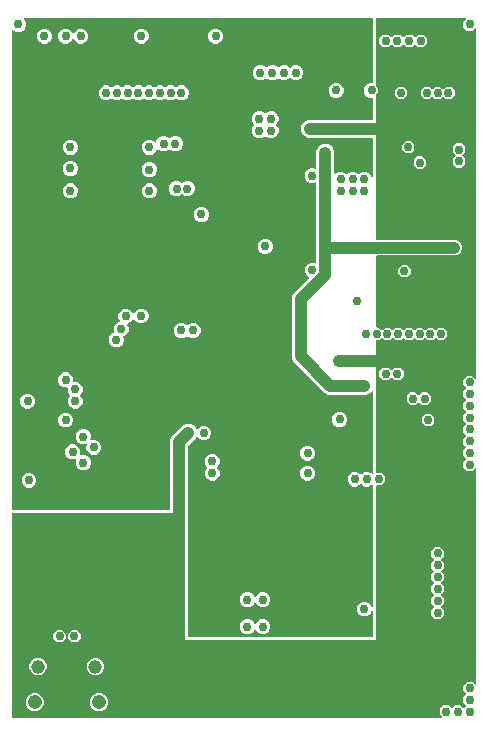
<source format=gbr>
G04 EAGLE Gerber RS-274X export*
G75*
%MOMM*%
%FSLAX34Y34*%
%LPD*%
%INCopper Layer 15*%
%IPPOS*%
%AMOC8*
5,1,8,0,0,1.08239X$1,22.5*%
G01*
G04 Define Apertures*
%ADD10C,1.158000*%
%ADD11C,1.208000*%
%ADD12C,0.756400*%
%ADD13C,1.016000*%
G36*
X308995Y72600D02*
X309245Y72772D01*
X309409Y73027D01*
X309460Y73302D01*
X309460Y93659D01*
X309400Y93956D01*
X309228Y94206D01*
X308973Y94370D01*
X308674Y94421D01*
X308379Y94351D01*
X308134Y94171D01*
X307994Y93951D01*
X307360Y92419D01*
X305581Y90640D01*
X303258Y89678D01*
X300742Y89678D01*
X298419Y90640D01*
X296640Y92419D01*
X295678Y94742D01*
X295678Y97258D01*
X296640Y99581D01*
X298419Y101360D01*
X300742Y102322D01*
X303258Y102322D01*
X305581Y101360D01*
X307360Y99581D01*
X307994Y98049D01*
X308164Y97798D01*
X308418Y97632D01*
X308716Y97579D01*
X309012Y97647D01*
X309258Y97824D01*
X309415Y98083D01*
X309460Y98341D01*
X309460Y200680D01*
X309400Y200977D01*
X309228Y201227D01*
X308973Y201391D01*
X308674Y201441D01*
X308379Y201372D01*
X308159Y201219D01*
X307581Y200640D01*
X305258Y199678D01*
X302742Y199678D01*
X300419Y200640D01*
X299539Y201521D01*
X299286Y201688D01*
X298988Y201744D01*
X298692Y201679D01*
X298461Y201521D01*
X297581Y200640D01*
X295258Y199678D01*
X292742Y199678D01*
X290419Y200640D01*
X288640Y202419D01*
X287678Y204742D01*
X287678Y207258D01*
X288640Y209581D01*
X290419Y211360D01*
X292742Y212322D01*
X295258Y212322D01*
X297581Y211360D01*
X298461Y210479D01*
X298714Y210312D01*
X299012Y210256D01*
X299308Y210321D01*
X299539Y210479D01*
X300419Y211360D01*
X302742Y212322D01*
X305258Y212322D01*
X307581Y211360D01*
X308159Y210781D01*
X308412Y210614D01*
X308710Y210558D01*
X309006Y210623D01*
X309254Y210799D01*
X309413Y211057D01*
X309460Y211320D01*
X309460Y279844D01*
X309400Y280141D01*
X309228Y280391D01*
X308973Y280555D01*
X308674Y280606D01*
X308379Y280536D01*
X308159Y280383D01*
X306316Y278540D01*
X303516Y277380D01*
X271484Y277380D01*
X268684Y278540D01*
X241540Y305684D01*
X240380Y308484D01*
X240380Y359828D01*
X241540Y362628D01*
X255121Y376209D01*
X255288Y376462D01*
X255344Y376760D01*
X255279Y377056D01*
X255104Y377304D01*
X254874Y377452D01*
X254419Y377640D01*
X252640Y379419D01*
X251678Y381742D01*
X251678Y384258D01*
X252640Y386581D01*
X254419Y388360D01*
X256742Y389322D01*
X259258Y389322D01*
X259712Y389134D01*
X260010Y389076D01*
X260307Y389138D01*
X260556Y389312D01*
X260717Y389569D01*
X260766Y389838D01*
X260766Y402902D01*
X261322Y404244D01*
X261380Y404536D01*
X261380Y456417D01*
X261320Y456714D01*
X261148Y456964D01*
X260893Y457128D01*
X260594Y457178D01*
X260326Y457121D01*
X259258Y456678D01*
X256742Y456678D01*
X254419Y457640D01*
X252640Y459419D01*
X251678Y461742D01*
X251678Y464258D01*
X252640Y466581D01*
X254419Y468360D01*
X256742Y469322D01*
X259258Y469322D01*
X260326Y468879D01*
X260624Y468821D01*
X260921Y468884D01*
X261170Y469057D01*
X261331Y469314D01*
X261380Y469583D01*
X261380Y483516D01*
X262540Y486316D01*
X264684Y488460D01*
X267484Y489620D01*
X270516Y489620D01*
X273316Y488460D01*
X275460Y486316D01*
X276620Y483516D01*
X276620Y465400D01*
X276680Y465103D01*
X276852Y464853D01*
X277107Y464690D01*
X277406Y464639D01*
X277701Y464708D01*
X277921Y464861D01*
X278419Y465360D01*
X280742Y466322D01*
X283258Y466322D01*
X285581Y465360D01*
X286461Y464479D01*
X286714Y464312D01*
X287012Y464256D01*
X287308Y464321D01*
X287539Y464479D01*
X288419Y465360D01*
X290742Y466322D01*
X293258Y466322D01*
X295581Y465360D01*
X296461Y464479D01*
X296714Y464312D01*
X297012Y464256D01*
X297308Y464321D01*
X297539Y464479D01*
X298419Y465360D01*
X300742Y466322D01*
X303258Y466322D01*
X305581Y465360D01*
X307360Y463581D01*
X307994Y462049D01*
X308164Y461798D01*
X308418Y461632D01*
X308716Y461579D01*
X309012Y461647D01*
X309258Y461824D01*
X309415Y462083D01*
X309460Y462341D01*
X309460Y494312D01*
X309400Y494609D01*
X309228Y494859D01*
X308973Y495023D01*
X308698Y495074D01*
X254484Y495074D01*
X251684Y496234D01*
X249540Y498378D01*
X248380Y501178D01*
X248380Y504210D01*
X249540Y507010D01*
X251684Y509154D01*
X254484Y510314D01*
X308698Y510314D01*
X308995Y510374D01*
X309245Y510546D01*
X309409Y510801D01*
X309460Y511076D01*
X309460Y527916D01*
X309400Y528213D01*
X309228Y528463D01*
X308973Y528627D01*
X308698Y528678D01*
X306742Y528678D01*
X304419Y529640D01*
X302640Y531419D01*
X301678Y533742D01*
X301678Y536258D01*
X302640Y538581D01*
X304419Y540360D01*
X306742Y541322D01*
X308698Y541322D01*
X308995Y541382D01*
X309245Y541554D01*
X309409Y541809D01*
X309460Y542084D01*
X309460Y595936D01*
X309400Y596233D01*
X309228Y596483D01*
X308973Y596647D01*
X308698Y596698D01*
X14082Y596698D01*
X13785Y596638D01*
X13535Y596466D01*
X13372Y596211D01*
X13321Y595912D01*
X13390Y595617D01*
X13543Y595397D01*
X14360Y594581D01*
X15322Y592258D01*
X15322Y589742D01*
X14360Y587419D01*
X12581Y585640D01*
X10258Y584678D01*
X7742Y584678D01*
X5419Y585640D01*
X4603Y586457D01*
X4350Y586624D01*
X4052Y586680D01*
X3756Y586615D01*
X3508Y586439D01*
X3349Y586181D01*
X3302Y585918D01*
X3302Y180302D01*
X3362Y180005D01*
X3534Y179755D01*
X3789Y179591D01*
X4064Y179540D01*
X136618Y179540D01*
X136915Y179600D01*
X137165Y179772D01*
X137329Y180027D01*
X137380Y180302D01*
X137380Y238516D01*
X138540Y241316D01*
X148684Y251460D01*
X151484Y252620D01*
X154516Y252620D01*
X157316Y251460D01*
X159460Y249316D01*
X159585Y249015D01*
X159754Y248764D01*
X160008Y248598D01*
X160307Y248545D01*
X160603Y248613D01*
X160827Y248768D01*
X162419Y250360D01*
X164742Y251322D01*
X167258Y251322D01*
X169581Y250360D01*
X171360Y248581D01*
X172322Y246258D01*
X172322Y243742D01*
X171360Y241419D01*
X169581Y239640D01*
X167258Y238678D01*
X164742Y238678D01*
X162419Y239640D01*
X160827Y241232D01*
X160575Y241399D01*
X160276Y241455D01*
X159980Y241390D01*
X159733Y241214D01*
X159585Y240985D01*
X159460Y240684D01*
X152843Y234067D01*
X152676Y233814D01*
X152620Y233528D01*
X152620Y168484D01*
X152598Y168431D01*
X152540Y168140D01*
X152540Y73302D01*
X152600Y73005D01*
X152772Y72755D01*
X153027Y72591D01*
X153302Y72540D01*
X308698Y72540D01*
X308995Y72600D01*
G37*
%LPC*%
G36*
X47742Y574678D02*
X45419Y575640D01*
X43640Y577419D01*
X42678Y579742D01*
X42678Y582258D01*
X43640Y584581D01*
X45419Y586360D01*
X47742Y587322D01*
X50258Y587322D01*
X52581Y586360D01*
X54360Y584581D01*
X54796Y583527D01*
X54966Y583276D01*
X55220Y583110D01*
X55518Y583057D01*
X55814Y583125D01*
X56060Y583302D01*
X56204Y583527D01*
X56640Y584581D01*
X58419Y586360D01*
X60742Y587322D01*
X63258Y587322D01*
X65581Y586360D01*
X67360Y584581D01*
X68322Y582258D01*
X68322Y579742D01*
X67360Y577419D01*
X65581Y575640D01*
X63258Y574678D01*
X60742Y574678D01*
X58419Y575640D01*
X56640Y577419D01*
X56204Y578473D01*
X56035Y578724D01*
X55780Y578890D01*
X55482Y578943D01*
X55186Y578875D01*
X54940Y578698D01*
X54796Y578473D01*
X54360Y577419D01*
X52581Y575640D01*
X50258Y574678D01*
X47742Y574678D01*
G37*
G36*
X111742Y574678D02*
X109419Y575640D01*
X107640Y577419D01*
X106678Y579742D01*
X106678Y582258D01*
X107640Y584581D01*
X109419Y586360D01*
X111742Y587322D01*
X114258Y587322D01*
X116581Y586360D01*
X118360Y584581D01*
X119322Y582258D01*
X119322Y579742D01*
X118360Y577419D01*
X116581Y575640D01*
X114258Y574678D01*
X111742Y574678D01*
G37*
G36*
X174742Y574678D02*
X172419Y575640D01*
X170640Y577419D01*
X169678Y579742D01*
X169678Y582258D01*
X170640Y584581D01*
X172419Y586360D01*
X174742Y587322D01*
X177258Y587322D01*
X179581Y586360D01*
X181360Y584581D01*
X182322Y582258D01*
X182322Y579742D01*
X181360Y577419D01*
X179581Y575640D01*
X177258Y574678D01*
X174742Y574678D01*
G37*
G36*
X29742Y574678D02*
X27419Y575640D01*
X25640Y577419D01*
X24678Y579742D01*
X24678Y582258D01*
X25640Y584581D01*
X27419Y586360D01*
X29742Y587322D01*
X32258Y587322D01*
X34581Y586360D01*
X36360Y584581D01*
X37322Y582258D01*
X37322Y579742D01*
X36360Y577419D01*
X34581Y575640D01*
X32258Y574678D01*
X29742Y574678D01*
G37*
G36*
X212742Y543678D02*
X210419Y544640D01*
X208640Y546419D01*
X207678Y548742D01*
X207678Y551258D01*
X208640Y553581D01*
X210419Y555360D01*
X212742Y556322D01*
X215258Y556322D01*
X217581Y555360D01*
X218461Y554479D01*
X218714Y554312D01*
X219012Y554256D01*
X219308Y554321D01*
X219539Y554479D01*
X220419Y555360D01*
X222742Y556322D01*
X225258Y556322D01*
X227581Y555360D01*
X228461Y554479D01*
X228714Y554312D01*
X229012Y554256D01*
X229308Y554321D01*
X229539Y554479D01*
X230419Y555360D01*
X232742Y556322D01*
X235258Y556322D01*
X237581Y555360D01*
X238461Y554479D01*
X238714Y554312D01*
X239012Y554256D01*
X239308Y554321D01*
X239539Y554479D01*
X240419Y555360D01*
X242742Y556322D01*
X245258Y556322D01*
X247581Y555360D01*
X249360Y553581D01*
X250322Y551258D01*
X250322Y548742D01*
X249360Y546419D01*
X247581Y544640D01*
X245258Y543678D01*
X242742Y543678D01*
X240419Y544640D01*
X239539Y545521D01*
X239286Y545688D01*
X238988Y545744D01*
X238692Y545679D01*
X238461Y545521D01*
X237581Y544640D01*
X235258Y543678D01*
X232742Y543678D01*
X230419Y544640D01*
X229539Y545521D01*
X229286Y545688D01*
X228988Y545744D01*
X228692Y545679D01*
X228461Y545521D01*
X227581Y544640D01*
X225258Y543678D01*
X222742Y543678D01*
X220419Y544640D01*
X219539Y545521D01*
X219286Y545688D01*
X218988Y545744D01*
X218692Y545679D01*
X218461Y545521D01*
X217581Y544640D01*
X215258Y543678D01*
X212742Y543678D01*
G37*
G36*
X276742Y528678D02*
X274419Y529640D01*
X272640Y531419D01*
X271678Y533742D01*
X271678Y536258D01*
X272640Y538581D01*
X274419Y540360D01*
X276742Y541322D01*
X279258Y541322D01*
X281581Y540360D01*
X283360Y538581D01*
X284322Y536258D01*
X284322Y533742D01*
X283360Y531419D01*
X281581Y529640D01*
X279258Y528678D01*
X276742Y528678D01*
G37*
G36*
X82126Y526678D02*
X79803Y527640D01*
X78024Y529419D01*
X77062Y531742D01*
X77062Y534258D01*
X78024Y536581D01*
X79803Y538360D01*
X82126Y539322D01*
X84642Y539322D01*
X86965Y538360D01*
X87389Y537935D01*
X87642Y537768D01*
X87940Y537712D01*
X88236Y537777D01*
X88467Y537935D01*
X88891Y538360D01*
X91214Y539322D01*
X93730Y539322D01*
X96053Y538360D01*
X96477Y537935D01*
X96730Y537768D01*
X97028Y537712D01*
X97324Y537777D01*
X97555Y537935D01*
X97979Y538360D01*
X100302Y539322D01*
X102818Y539322D01*
X105141Y538360D01*
X105565Y537935D01*
X105818Y537768D01*
X106116Y537712D01*
X106412Y537777D01*
X106643Y537935D01*
X107067Y538360D01*
X109390Y539322D01*
X111906Y539322D01*
X114229Y538360D01*
X114653Y537935D01*
X114906Y537768D01*
X115204Y537712D01*
X115500Y537777D01*
X115731Y537935D01*
X116155Y538360D01*
X118478Y539322D01*
X120994Y539322D01*
X123317Y538360D01*
X123741Y537935D01*
X123994Y537768D01*
X124292Y537712D01*
X124588Y537777D01*
X124819Y537935D01*
X125243Y538360D01*
X127566Y539322D01*
X130082Y539322D01*
X132405Y538360D01*
X132829Y537935D01*
X133082Y537768D01*
X133380Y537712D01*
X133676Y537777D01*
X133907Y537935D01*
X134331Y538360D01*
X136654Y539322D01*
X139170Y539322D01*
X141493Y538360D01*
X141917Y537935D01*
X142170Y537768D01*
X142468Y537712D01*
X142764Y537777D01*
X142995Y537935D01*
X143419Y538360D01*
X145742Y539322D01*
X148258Y539322D01*
X150581Y538360D01*
X152360Y536581D01*
X153322Y534258D01*
X153322Y531742D01*
X152360Y529419D01*
X150581Y527640D01*
X148258Y526678D01*
X145742Y526678D01*
X143419Y527640D01*
X142995Y528065D01*
X142742Y528232D01*
X142444Y528288D01*
X142148Y528223D01*
X141917Y528065D01*
X141493Y527640D01*
X139170Y526678D01*
X136654Y526678D01*
X134331Y527640D01*
X133907Y528065D01*
X133654Y528232D01*
X133356Y528288D01*
X133060Y528223D01*
X132829Y528065D01*
X132405Y527640D01*
X130082Y526678D01*
X127566Y526678D01*
X125243Y527640D01*
X124819Y528065D01*
X124566Y528232D01*
X124268Y528288D01*
X123972Y528223D01*
X123741Y528065D01*
X123317Y527640D01*
X120994Y526678D01*
X118478Y526678D01*
X116155Y527640D01*
X115731Y528065D01*
X115478Y528232D01*
X115180Y528288D01*
X114884Y528223D01*
X114653Y528065D01*
X114229Y527640D01*
X111906Y526678D01*
X109390Y526678D01*
X107067Y527640D01*
X106643Y528065D01*
X106390Y528232D01*
X106092Y528288D01*
X105796Y528223D01*
X105565Y528065D01*
X105141Y527640D01*
X102818Y526678D01*
X100302Y526678D01*
X97979Y527640D01*
X97555Y528065D01*
X97302Y528232D01*
X97004Y528288D01*
X96708Y528223D01*
X96477Y528065D01*
X96053Y527640D01*
X93730Y526678D01*
X91214Y526678D01*
X88891Y527640D01*
X88467Y528065D01*
X88214Y528232D01*
X87916Y528288D01*
X87620Y528223D01*
X87389Y528065D01*
X86965Y527640D01*
X84642Y526678D01*
X82126Y526678D01*
G37*
G36*
X211742Y494678D02*
X209419Y495640D01*
X207640Y497419D01*
X206678Y499742D01*
X206678Y502258D01*
X207640Y504581D01*
X208521Y505461D01*
X208688Y505714D01*
X208744Y506012D01*
X208679Y506308D01*
X208521Y506539D01*
X207640Y507419D01*
X206678Y509742D01*
X206678Y512258D01*
X207640Y514581D01*
X209419Y516360D01*
X211742Y517322D01*
X214258Y517322D01*
X216581Y516360D01*
X217461Y515479D01*
X217714Y515312D01*
X218012Y515256D01*
X218308Y515321D01*
X218539Y515479D01*
X219419Y516360D01*
X221742Y517322D01*
X224258Y517322D01*
X226581Y516360D01*
X228360Y514581D01*
X229322Y512258D01*
X229322Y509742D01*
X228360Y507419D01*
X227479Y506539D01*
X227312Y506286D01*
X227256Y505988D01*
X227321Y505692D01*
X227479Y505461D01*
X228360Y504581D01*
X229322Y502258D01*
X229322Y499742D01*
X228360Y497419D01*
X226581Y495640D01*
X224258Y494678D01*
X221742Y494678D01*
X219419Y495640D01*
X218539Y496521D01*
X218286Y496688D01*
X217988Y496744D01*
X217692Y496679D01*
X217461Y496521D01*
X216581Y495640D01*
X214258Y494678D01*
X211742Y494678D01*
G37*
G36*
X118742Y480678D02*
X116419Y481640D01*
X114640Y483419D01*
X113678Y485742D01*
X113678Y488258D01*
X114640Y490581D01*
X116419Y492360D01*
X118742Y493322D01*
X121258Y493322D01*
X123581Y492360D01*
X124580Y491360D01*
X124833Y491193D01*
X125131Y491137D01*
X125427Y491202D01*
X125675Y491378D01*
X125823Y491608D01*
X126640Y493581D01*
X128419Y495360D01*
X130742Y496322D01*
X133258Y496322D01*
X135581Y495360D01*
X136461Y494479D01*
X136714Y494312D01*
X137012Y494256D01*
X137308Y494321D01*
X137539Y494479D01*
X138419Y495360D01*
X140742Y496322D01*
X143258Y496322D01*
X145581Y495360D01*
X147360Y493581D01*
X148322Y491258D01*
X148322Y488742D01*
X147360Y486419D01*
X145581Y484640D01*
X143258Y483678D01*
X140742Y483678D01*
X138419Y484640D01*
X137539Y485521D01*
X137286Y485688D01*
X136988Y485744D01*
X136692Y485679D01*
X136461Y485521D01*
X135581Y484640D01*
X133258Y483678D01*
X130742Y483678D01*
X128419Y484640D01*
X127420Y485640D01*
X127167Y485807D01*
X126869Y485863D01*
X126573Y485798D01*
X126325Y485622D01*
X126177Y485392D01*
X125360Y483419D01*
X123581Y481640D01*
X121258Y480678D01*
X118742Y480678D01*
G37*
G36*
X51742Y480678D02*
X49419Y481640D01*
X47640Y483419D01*
X46678Y485742D01*
X46678Y488258D01*
X47640Y490581D01*
X49419Y492360D01*
X51742Y493322D01*
X54258Y493322D01*
X56581Y492360D01*
X58360Y490581D01*
X59322Y488258D01*
X59322Y485742D01*
X58360Y483419D01*
X56581Y481640D01*
X54258Y480678D01*
X51742Y480678D01*
G37*
G36*
X51742Y462678D02*
X49419Y463640D01*
X47640Y465419D01*
X46678Y467742D01*
X46678Y470258D01*
X47640Y472581D01*
X49419Y474360D01*
X51742Y475322D01*
X54258Y475322D01*
X56581Y474360D01*
X58360Y472581D01*
X59322Y470258D01*
X59322Y467742D01*
X58360Y465419D01*
X56581Y463640D01*
X54258Y462678D01*
X51742Y462678D01*
G37*
G36*
X118742Y461678D02*
X116419Y462640D01*
X114640Y464419D01*
X113678Y466742D01*
X113678Y469258D01*
X114640Y471581D01*
X116419Y473360D01*
X118742Y474322D01*
X121258Y474322D01*
X123581Y473360D01*
X125360Y471581D01*
X126322Y469258D01*
X126322Y466742D01*
X125360Y464419D01*
X123581Y462640D01*
X121258Y461678D01*
X118742Y461678D01*
G37*
G36*
X141654Y445678D02*
X139331Y446640D01*
X137552Y448419D01*
X136590Y450742D01*
X136590Y453258D01*
X137552Y455581D01*
X139331Y457360D01*
X141654Y458322D01*
X144170Y458322D01*
X146493Y457360D01*
X146917Y456935D01*
X147170Y456768D01*
X147468Y456712D01*
X147764Y456777D01*
X147995Y456935D01*
X148419Y457360D01*
X150742Y458322D01*
X153258Y458322D01*
X155581Y457360D01*
X157360Y455581D01*
X158322Y453258D01*
X158322Y450742D01*
X157360Y448419D01*
X155581Y446640D01*
X153258Y445678D01*
X150742Y445678D01*
X148419Y446640D01*
X147995Y447065D01*
X147742Y447232D01*
X147444Y447288D01*
X147148Y447223D01*
X146917Y447065D01*
X146493Y446640D01*
X144170Y445678D01*
X141654Y445678D01*
G37*
G36*
X118742Y443678D02*
X116419Y444640D01*
X114640Y446419D01*
X113678Y448742D01*
X113678Y451258D01*
X114640Y453581D01*
X116419Y455360D01*
X118742Y456322D01*
X121258Y456322D01*
X123581Y455360D01*
X125360Y453581D01*
X126322Y451258D01*
X126322Y448742D01*
X125360Y446419D01*
X123581Y444640D01*
X121258Y443678D01*
X118742Y443678D01*
G37*
G36*
X51742Y443678D02*
X49419Y444640D01*
X47640Y446419D01*
X46678Y448742D01*
X46678Y451258D01*
X47640Y453581D01*
X49419Y455360D01*
X51742Y456322D01*
X54258Y456322D01*
X56581Y455360D01*
X58360Y453581D01*
X59322Y451258D01*
X59322Y448742D01*
X58360Y446419D01*
X56581Y444640D01*
X54258Y443678D01*
X51742Y443678D01*
G37*
G36*
X162742Y423678D02*
X160419Y424640D01*
X158640Y426419D01*
X157678Y428742D01*
X157678Y431258D01*
X158640Y433581D01*
X160419Y435360D01*
X162742Y436322D01*
X165258Y436322D01*
X167581Y435360D01*
X169360Y433581D01*
X170322Y431258D01*
X170322Y428742D01*
X169360Y426419D01*
X167581Y424640D01*
X165258Y423678D01*
X162742Y423678D01*
G37*
G36*
X216742Y396678D02*
X214419Y397640D01*
X212640Y399419D01*
X211678Y401742D01*
X211678Y404258D01*
X212640Y406581D01*
X214419Y408360D01*
X216742Y409322D01*
X219258Y409322D01*
X221581Y408360D01*
X223360Y406581D01*
X224322Y404258D01*
X224322Y401742D01*
X223360Y399419D01*
X221581Y397640D01*
X219258Y396678D01*
X216742Y396678D01*
G37*
G36*
X90810Y317678D02*
X88487Y318640D01*
X86708Y320419D01*
X85746Y322742D01*
X85746Y325258D01*
X86708Y327581D01*
X88487Y329360D01*
X89642Y329838D01*
X89894Y330008D01*
X90059Y330262D01*
X90112Y330560D01*
X90054Y330834D01*
X89678Y331743D01*
X89678Y334258D01*
X90640Y336581D01*
X92419Y338360D01*
X94392Y339177D01*
X94644Y339346D01*
X94809Y339601D01*
X94863Y339899D01*
X94795Y340195D01*
X94641Y340418D01*
X93678Y342742D01*
X93678Y345258D01*
X94640Y347581D01*
X96419Y349360D01*
X98742Y350322D01*
X101258Y350322D01*
X103581Y349360D01*
X105360Y347581D01*
X105782Y346561D01*
X105951Y346310D01*
X106206Y346144D01*
X106504Y346091D01*
X106800Y346159D01*
X107046Y346336D01*
X107190Y346561D01*
X107640Y347649D01*
X109419Y349428D01*
X111742Y350390D01*
X114258Y350390D01*
X116581Y349428D01*
X118360Y347649D01*
X119322Y345326D01*
X119322Y342810D01*
X118360Y340487D01*
X116581Y338708D01*
X114258Y337746D01*
X111742Y337746D01*
X109419Y338708D01*
X107640Y340487D01*
X107218Y341507D01*
X107049Y341758D01*
X106794Y341924D01*
X106496Y341977D01*
X106200Y341909D01*
X105954Y341732D01*
X105810Y341507D01*
X105360Y340419D01*
X103581Y338640D01*
X101608Y337823D01*
X101356Y337654D01*
X101191Y337399D01*
X101137Y337101D01*
X101205Y336805D01*
X101359Y336582D01*
X102322Y334258D01*
X102322Y331742D01*
X101360Y329419D01*
X99581Y327640D01*
X98426Y327162D01*
X98174Y326992D01*
X98009Y326738D01*
X97956Y326440D01*
X98014Y326166D01*
X98390Y325258D01*
X98390Y322742D01*
X97428Y320419D01*
X95649Y318640D01*
X93326Y317678D01*
X90810Y317678D01*
G37*
G36*
X145742Y325610D02*
X143419Y326572D01*
X141640Y328351D01*
X140678Y330674D01*
X140678Y333190D01*
X141640Y335513D01*
X143419Y337292D01*
X145742Y338254D01*
X148258Y338254D01*
X150581Y337292D01*
X151461Y336411D01*
X151714Y336244D01*
X152012Y336188D01*
X152308Y336253D01*
X152539Y336411D01*
X153419Y337292D01*
X155742Y338254D01*
X158258Y338254D01*
X160581Y337292D01*
X162360Y335513D01*
X163322Y333190D01*
X163322Y330674D01*
X162360Y328351D01*
X160581Y326572D01*
X158258Y325610D01*
X155742Y325610D01*
X153419Y326572D01*
X152539Y327453D01*
X152286Y327620D01*
X151988Y327676D01*
X151692Y327611D01*
X151461Y327453D01*
X150581Y326572D01*
X148258Y325610D01*
X145742Y325610D01*
G37*
G36*
X55742Y265678D02*
X53419Y266640D01*
X51640Y268419D01*
X50678Y270742D01*
X50678Y273258D01*
X51640Y275581D01*
X52521Y276461D01*
X52688Y276714D01*
X52744Y277012D01*
X52679Y277308D01*
X52521Y277539D01*
X51640Y278419D01*
X50678Y280742D01*
X50678Y282916D01*
X50618Y283213D01*
X50446Y283463D01*
X50191Y283627D01*
X49916Y283678D01*
X47742Y283678D01*
X45419Y284640D01*
X43640Y286419D01*
X42678Y288742D01*
X42678Y291258D01*
X43640Y293581D01*
X45419Y295360D01*
X47742Y296322D01*
X50258Y296322D01*
X52581Y295360D01*
X54360Y293581D01*
X55322Y291258D01*
X55322Y289084D01*
X55382Y288787D01*
X55554Y288537D01*
X55809Y288373D01*
X56084Y288322D01*
X58258Y288322D01*
X60581Y287360D01*
X62360Y285581D01*
X63322Y283258D01*
X63322Y280742D01*
X62360Y278419D01*
X61479Y277539D01*
X61312Y277286D01*
X61256Y276988D01*
X61321Y276692D01*
X61479Y276461D01*
X62360Y275581D01*
X63322Y273258D01*
X63322Y270742D01*
X62360Y268419D01*
X60581Y266640D01*
X58258Y265678D01*
X55742Y265678D01*
G37*
G36*
X15674Y265678D02*
X13351Y266640D01*
X11572Y268419D01*
X10610Y270742D01*
X10610Y273258D01*
X11572Y275581D01*
X13351Y277360D01*
X15674Y278322D01*
X18190Y278322D01*
X20513Y277360D01*
X22292Y275581D01*
X23254Y273258D01*
X23254Y270742D01*
X22292Y268419D01*
X20513Y266640D01*
X18190Y265678D01*
X15674Y265678D01*
G37*
G36*
X279742Y250178D02*
X277419Y251140D01*
X275640Y252919D01*
X274678Y255242D01*
X274678Y257758D01*
X275640Y260081D01*
X277419Y261860D01*
X279742Y262822D01*
X282258Y262822D01*
X284581Y261860D01*
X286360Y260081D01*
X287322Y257758D01*
X287322Y255242D01*
X286360Y252919D01*
X284581Y251140D01*
X282258Y250178D01*
X279742Y250178D01*
G37*
G36*
X47742Y249678D02*
X45419Y250640D01*
X43640Y252419D01*
X42678Y254742D01*
X42678Y257258D01*
X43640Y259581D01*
X45419Y261360D01*
X47742Y262322D01*
X50258Y262322D01*
X52581Y261360D01*
X54360Y259581D01*
X55322Y257258D01*
X55322Y254742D01*
X54360Y252419D01*
X52581Y250640D01*
X50258Y249678D01*
X47742Y249678D01*
G37*
G36*
X71742Y226678D02*
X69419Y227640D01*
X67640Y229419D01*
X66678Y231742D01*
X66678Y234258D01*
X66978Y234983D01*
X67036Y235281D01*
X66974Y235577D01*
X66800Y235826D01*
X66543Y235987D01*
X66244Y236036D01*
X65983Y235978D01*
X65258Y235678D01*
X62742Y235678D01*
X60419Y236640D01*
X58640Y238419D01*
X57678Y240742D01*
X57678Y243258D01*
X58640Y245581D01*
X60419Y247360D01*
X62742Y248322D01*
X65258Y248322D01*
X67581Y247360D01*
X69360Y245581D01*
X70322Y243258D01*
X70322Y240742D01*
X70022Y240017D01*
X69964Y239720D01*
X70026Y239423D01*
X70200Y239174D01*
X70457Y239013D01*
X70756Y238964D01*
X71017Y239022D01*
X71742Y239322D01*
X74258Y239322D01*
X76581Y238360D01*
X78360Y236581D01*
X79322Y234258D01*
X79322Y231742D01*
X78360Y229419D01*
X76581Y227640D01*
X74258Y226678D01*
X71742Y226678D01*
G37*
G36*
X62742Y213678D02*
X60419Y214640D01*
X58640Y216419D01*
X57678Y218742D01*
X57678Y221258D01*
X57978Y221983D01*
X58036Y222281D01*
X57974Y222577D01*
X57800Y222826D01*
X57543Y222987D01*
X57244Y223036D01*
X56983Y222978D01*
X56258Y222678D01*
X53742Y222678D01*
X51419Y223640D01*
X49640Y225419D01*
X48678Y227742D01*
X48678Y230258D01*
X49640Y232581D01*
X51419Y234360D01*
X53742Y235322D01*
X56258Y235322D01*
X58581Y234360D01*
X60360Y232581D01*
X61322Y230258D01*
X61322Y227742D01*
X61022Y227017D01*
X60964Y226720D01*
X61026Y226423D01*
X61200Y226174D01*
X61457Y226013D01*
X61756Y225964D01*
X62017Y226022D01*
X62742Y226322D01*
X65258Y226322D01*
X67581Y225360D01*
X69360Y223581D01*
X70322Y221258D01*
X70322Y218742D01*
X69360Y216419D01*
X67581Y214640D01*
X65258Y213678D01*
X62742Y213678D01*
G37*
G36*
X252742Y221678D02*
X250419Y222640D01*
X248640Y224419D01*
X247678Y226742D01*
X247678Y229258D01*
X248640Y231581D01*
X250419Y233360D01*
X252742Y234322D01*
X255258Y234322D01*
X257581Y233360D01*
X259360Y231581D01*
X260322Y229258D01*
X260322Y226742D01*
X259360Y224419D01*
X257581Y222640D01*
X255258Y221678D01*
X252742Y221678D01*
G37*
G36*
X171742Y204678D02*
X169419Y205640D01*
X167640Y207419D01*
X166678Y209742D01*
X166678Y212258D01*
X167640Y214581D01*
X168521Y215461D01*
X168688Y215714D01*
X168744Y216012D01*
X168679Y216308D01*
X168521Y216539D01*
X167640Y217419D01*
X166678Y219742D01*
X166678Y222258D01*
X167640Y224581D01*
X169419Y226360D01*
X171742Y227322D01*
X174258Y227322D01*
X176581Y226360D01*
X178360Y224581D01*
X179322Y222258D01*
X179322Y219742D01*
X178360Y217419D01*
X177479Y216539D01*
X177312Y216286D01*
X177256Y215988D01*
X177321Y215692D01*
X177479Y215461D01*
X178360Y214581D01*
X179322Y212258D01*
X179322Y209742D01*
X178360Y207419D01*
X176581Y205640D01*
X174258Y204678D01*
X171742Y204678D01*
G37*
G36*
X252742Y204678D02*
X250419Y205640D01*
X248640Y207419D01*
X247678Y209742D01*
X247678Y212258D01*
X248640Y214581D01*
X250419Y216360D01*
X252742Y217322D01*
X255258Y217322D01*
X257581Y216360D01*
X259360Y214581D01*
X260322Y212258D01*
X260322Y209742D01*
X259360Y207419D01*
X257581Y205640D01*
X255258Y204678D01*
X252742Y204678D01*
G37*
G36*
X16742Y198678D02*
X14419Y199640D01*
X12640Y201419D01*
X11678Y203742D01*
X11678Y206258D01*
X12640Y208581D01*
X14419Y210360D01*
X16742Y211322D01*
X19258Y211322D01*
X21581Y210360D01*
X23360Y208581D01*
X24322Y206258D01*
X24322Y203742D01*
X23360Y201419D01*
X21581Y199640D01*
X19258Y198678D01*
X16742Y198678D01*
G37*
G36*
X201742Y97678D02*
X199419Y98640D01*
X197640Y100419D01*
X196678Y102742D01*
X196678Y105258D01*
X197640Y107581D01*
X199419Y109360D01*
X201742Y110322D01*
X204258Y110322D01*
X206581Y109360D01*
X208360Y107581D01*
X208796Y106527D01*
X208966Y106276D01*
X209220Y106110D01*
X209518Y106057D01*
X209814Y106125D01*
X210060Y106302D01*
X210204Y106527D01*
X210640Y107581D01*
X212419Y109360D01*
X214742Y110322D01*
X217258Y110322D01*
X219581Y109360D01*
X221360Y107581D01*
X222322Y105258D01*
X222322Y102742D01*
X221360Y100419D01*
X219581Y98640D01*
X217258Y97678D01*
X214742Y97678D01*
X212419Y98640D01*
X210640Y100419D01*
X210204Y101473D01*
X210035Y101724D01*
X209780Y101890D01*
X209482Y101943D01*
X209186Y101875D01*
X208940Y101698D01*
X208796Y101473D01*
X208360Y100419D01*
X206581Y98640D01*
X204258Y97678D01*
X201742Y97678D01*
G37*
G36*
X201742Y74678D02*
X199419Y75640D01*
X197640Y77419D01*
X196678Y79742D01*
X196678Y82258D01*
X197640Y84581D01*
X199419Y86360D01*
X201742Y87322D01*
X204258Y87322D01*
X206581Y86360D01*
X208360Y84581D01*
X208796Y83527D01*
X208966Y83276D01*
X209220Y83110D01*
X209518Y83057D01*
X209814Y83125D01*
X210060Y83302D01*
X210204Y83527D01*
X210640Y84581D01*
X212419Y86360D01*
X214742Y87322D01*
X217258Y87322D01*
X219581Y86360D01*
X221360Y84581D01*
X222322Y82258D01*
X222322Y79742D01*
X221360Y77419D01*
X219581Y75640D01*
X217258Y74678D01*
X214742Y74678D01*
X212419Y75640D01*
X210640Y77419D01*
X210204Y78473D01*
X210035Y78724D01*
X209780Y78890D01*
X209482Y78943D01*
X209186Y78875D01*
X208940Y78698D01*
X208796Y78473D01*
X208360Y77419D01*
X206581Y75640D01*
X204258Y74678D01*
X201742Y74678D01*
G37*
%LPD*%
G36*
X367652Y3362D02*
X367902Y3534D01*
X368065Y3789D01*
X368116Y4088D01*
X368046Y4383D01*
X367893Y4603D01*
X365694Y6802D01*
X365694Y11198D01*
X368802Y14306D01*
X373198Y14306D01*
X375461Y12043D01*
X375714Y11875D01*
X376012Y11820D01*
X376308Y11885D01*
X376539Y12043D01*
X378802Y14306D01*
X383198Y14306D01*
X385461Y12043D01*
X385714Y11875D01*
X386012Y11820D01*
X386308Y11885D01*
X386539Y12043D01*
X387957Y13461D01*
X388125Y13714D01*
X388180Y14012D01*
X388115Y14308D01*
X387957Y14539D01*
X385694Y16802D01*
X385694Y21198D01*
X387957Y23461D01*
X388125Y23714D01*
X388180Y24012D01*
X388115Y24308D01*
X387957Y24539D01*
X385694Y26802D01*
X385694Y31198D01*
X388802Y34306D01*
X393198Y34306D01*
X395397Y32107D01*
X395650Y31939D01*
X395948Y31884D01*
X396244Y31949D01*
X396492Y32124D01*
X396651Y32382D01*
X396698Y32645D01*
X396698Y214355D01*
X396638Y214652D01*
X396466Y214902D01*
X396211Y215065D01*
X395912Y215116D01*
X395617Y215046D01*
X395397Y214893D01*
X393198Y212694D01*
X388802Y212694D01*
X385694Y215802D01*
X385694Y220198D01*
X387957Y222461D01*
X388125Y222714D01*
X388180Y223012D01*
X388115Y223308D01*
X387957Y223539D01*
X385694Y225802D01*
X385694Y230198D01*
X387957Y232461D01*
X388125Y232714D01*
X388180Y233012D01*
X388115Y233308D01*
X387957Y233539D01*
X385694Y235802D01*
X385694Y240198D01*
X387957Y242461D01*
X388125Y242714D01*
X388180Y243012D01*
X388115Y243308D01*
X387957Y243539D01*
X385694Y245802D01*
X385694Y250198D01*
X387957Y252461D01*
X388125Y252714D01*
X388180Y253012D01*
X388115Y253308D01*
X387957Y253539D01*
X385694Y255802D01*
X385694Y260198D01*
X387957Y262461D01*
X388125Y262714D01*
X388180Y263012D01*
X388115Y263308D01*
X387957Y263539D01*
X385694Y265802D01*
X385694Y270198D01*
X387957Y272461D01*
X388125Y272714D01*
X388180Y273012D01*
X388115Y273308D01*
X387957Y273539D01*
X385694Y275802D01*
X385694Y280198D01*
X387957Y282461D01*
X388125Y282714D01*
X388180Y283012D01*
X388115Y283308D01*
X387957Y283539D01*
X385694Y285802D01*
X385694Y290198D01*
X388802Y293306D01*
X393198Y293306D01*
X395397Y291107D01*
X395650Y290939D01*
X395948Y290884D01*
X396244Y290949D01*
X396492Y291124D01*
X396651Y291382D01*
X396698Y291645D01*
X396698Y587355D01*
X396638Y587652D01*
X396466Y587902D01*
X396211Y588065D01*
X395912Y588116D01*
X395617Y588046D01*
X395397Y587893D01*
X393198Y585694D01*
X388802Y585694D01*
X385694Y588802D01*
X385694Y593198D01*
X387893Y595397D01*
X388061Y595650D01*
X388116Y595948D01*
X388051Y596244D01*
X387876Y596492D01*
X387618Y596651D01*
X387355Y596698D01*
X312762Y596698D01*
X312465Y596638D01*
X312215Y596466D01*
X312051Y596211D01*
X312000Y595936D01*
X312000Y538819D01*
X312060Y538522D01*
X312223Y538281D01*
X313306Y537198D01*
X313306Y532802D01*
X312223Y531719D01*
X312056Y531467D01*
X312000Y531181D01*
X312000Y409366D01*
X312060Y409069D01*
X312232Y408819D01*
X312487Y408655D01*
X312762Y408604D01*
X379314Y408604D01*
X381741Y407599D01*
X383599Y405741D01*
X384604Y403314D01*
X384604Y400686D01*
X383599Y398259D01*
X381741Y396401D01*
X379314Y395396D01*
X312762Y395396D01*
X312465Y395336D01*
X312215Y395164D01*
X312051Y394909D01*
X312000Y394634D01*
X312000Y335068D01*
X312060Y334771D01*
X312232Y334521D01*
X312487Y334357D01*
X312762Y334306D01*
X314602Y334306D01*
X316409Y332499D01*
X316662Y332331D01*
X316960Y332276D01*
X317256Y332341D01*
X317487Y332499D01*
X319294Y334306D01*
X323690Y334306D01*
X325497Y332499D01*
X325750Y332331D01*
X326048Y332276D01*
X326344Y332341D01*
X326575Y332499D01*
X328382Y334306D01*
X332778Y334306D01*
X334585Y332499D01*
X334838Y332331D01*
X335136Y332276D01*
X335432Y332341D01*
X335663Y332499D01*
X337470Y334306D01*
X341866Y334306D01*
X343673Y332499D01*
X343926Y332331D01*
X344224Y332276D01*
X344520Y332341D01*
X344751Y332499D01*
X346558Y334306D01*
X350954Y334306D01*
X352761Y332499D01*
X353014Y332331D01*
X353312Y332276D01*
X353608Y332341D01*
X353839Y332499D01*
X355646Y334306D01*
X360042Y334306D01*
X361849Y332499D01*
X362102Y332331D01*
X362400Y332276D01*
X362696Y332341D01*
X362927Y332499D01*
X364734Y334306D01*
X369130Y334306D01*
X372238Y331198D01*
X372238Y326802D01*
X369130Y323694D01*
X364734Y323694D01*
X362927Y325501D01*
X362674Y325669D01*
X362376Y325724D01*
X362080Y325659D01*
X361849Y325501D01*
X360042Y323694D01*
X355646Y323694D01*
X353839Y325501D01*
X353586Y325669D01*
X353288Y325724D01*
X352992Y325659D01*
X352761Y325501D01*
X350954Y323694D01*
X346558Y323694D01*
X344751Y325501D01*
X344498Y325669D01*
X344200Y325724D01*
X343904Y325659D01*
X343673Y325501D01*
X341866Y323694D01*
X337470Y323694D01*
X335663Y325501D01*
X335410Y325669D01*
X335112Y325724D01*
X334816Y325659D01*
X334585Y325501D01*
X332778Y323694D01*
X328382Y323694D01*
X326575Y325501D01*
X326322Y325669D01*
X326024Y325724D01*
X325728Y325659D01*
X325497Y325501D01*
X323690Y323694D01*
X319294Y323694D01*
X317487Y325501D01*
X317234Y325669D01*
X316936Y325724D01*
X316640Y325659D01*
X316409Y325501D01*
X314602Y323694D01*
X312762Y323694D01*
X312465Y323634D01*
X312215Y323462D01*
X312051Y323207D01*
X312000Y322932D01*
X312000Y212068D01*
X312060Y211771D01*
X312232Y211521D01*
X312487Y211357D01*
X312762Y211306D01*
X316198Y211306D01*
X319306Y208198D01*
X319306Y203802D01*
X316198Y200694D01*
X312762Y200694D01*
X312465Y200634D01*
X312215Y200462D01*
X312051Y200207D01*
X312000Y199932D01*
X312000Y70062D01*
X311991Y70007D01*
X311988Y70006D01*
X311948Y70000D01*
X150062Y70000D01*
X150007Y70009D01*
X150006Y70012D01*
X150000Y70052D01*
X150000Y176238D01*
X149940Y176535D01*
X149768Y176785D01*
X149513Y176949D01*
X149238Y177000D01*
X4064Y177000D01*
X3767Y176940D01*
X3517Y176768D01*
X3353Y176513D01*
X3302Y176238D01*
X3302Y4064D01*
X3362Y3767D01*
X3534Y3517D01*
X3789Y3353D01*
X4064Y3302D01*
X367355Y3302D01*
X367652Y3362D01*
G37*
%LPC*%
G36*
X317802Y571694D02*
X314694Y574802D01*
X314694Y579198D01*
X317802Y582306D01*
X322198Y582306D01*
X324461Y580043D01*
X324714Y579875D01*
X325012Y579820D01*
X325308Y579885D01*
X325539Y580043D01*
X327802Y582306D01*
X332198Y582306D01*
X334461Y580043D01*
X334714Y579875D01*
X335012Y579820D01*
X335308Y579885D01*
X335539Y580043D01*
X337802Y582306D01*
X342198Y582306D01*
X344427Y580077D01*
X344680Y579909D01*
X344978Y579854D01*
X345274Y579919D01*
X345505Y580077D01*
X347734Y582306D01*
X352130Y582306D01*
X355238Y579198D01*
X355238Y574802D01*
X352130Y571694D01*
X347734Y571694D01*
X345505Y573923D01*
X345252Y574091D01*
X344954Y574146D01*
X344658Y574081D01*
X344427Y573923D01*
X342198Y571694D01*
X337802Y571694D01*
X335539Y573957D01*
X335286Y574125D01*
X334988Y574180D01*
X334692Y574115D01*
X334461Y573957D01*
X332198Y571694D01*
X327802Y571694D01*
X325539Y573957D01*
X325286Y574125D01*
X324988Y574180D01*
X324692Y574115D01*
X324461Y573957D01*
X322198Y571694D01*
X317802Y571694D01*
G37*
G36*
X352626Y527694D02*
X349518Y530802D01*
X349518Y535198D01*
X352626Y538306D01*
X357022Y538306D01*
X358829Y536499D01*
X359082Y536331D01*
X359380Y536276D01*
X359676Y536341D01*
X359907Y536499D01*
X361714Y538306D01*
X366110Y538306D01*
X367917Y536499D01*
X368170Y536331D01*
X368468Y536276D01*
X368764Y536341D01*
X368995Y536499D01*
X370802Y538306D01*
X375198Y538306D01*
X378306Y535198D01*
X378306Y530802D01*
X375198Y527694D01*
X370802Y527694D01*
X368995Y529501D01*
X368742Y529669D01*
X368444Y529724D01*
X368148Y529659D01*
X367917Y529501D01*
X366110Y527694D01*
X361714Y527694D01*
X359907Y529501D01*
X359654Y529669D01*
X359356Y529724D01*
X359060Y529659D01*
X358829Y529501D01*
X357022Y527694D01*
X352626Y527694D01*
G37*
G36*
X330802Y527694D02*
X327694Y530802D01*
X327694Y535198D01*
X330802Y538306D01*
X335198Y538306D01*
X338306Y535198D01*
X338306Y530802D01*
X335198Y527694D01*
X330802Y527694D01*
G37*
G36*
X336802Y481694D02*
X333694Y484802D01*
X333694Y489198D01*
X336802Y492306D01*
X341198Y492306D01*
X344306Y489198D01*
X344306Y484802D01*
X341198Y481694D01*
X336802Y481694D01*
G37*
G36*
X379870Y469694D02*
X376762Y472802D01*
X376762Y477198D01*
X378991Y479427D01*
X379159Y479680D01*
X379214Y479978D01*
X379149Y480274D01*
X378991Y480505D01*
X376694Y482802D01*
X376694Y487198D01*
X379802Y490306D01*
X384198Y490306D01*
X387306Y487198D01*
X387306Y482802D01*
X385077Y480573D01*
X384909Y480320D01*
X384854Y480022D01*
X384919Y479726D01*
X385077Y479495D01*
X387374Y477198D01*
X387374Y472802D01*
X384266Y469694D01*
X379870Y469694D01*
G37*
G36*
X346686Y468694D02*
X343578Y471802D01*
X343578Y476198D01*
X346686Y479306D01*
X351082Y479306D01*
X354190Y476198D01*
X354190Y471802D01*
X351082Y468694D01*
X346686Y468694D01*
G37*
G36*
X333734Y376694D02*
X330626Y379802D01*
X330626Y384198D01*
X333734Y387306D01*
X338130Y387306D01*
X341238Y384198D01*
X341238Y379802D01*
X338130Y376694D01*
X333734Y376694D01*
G37*
G36*
X317802Y289694D02*
X314694Y292802D01*
X314694Y297198D01*
X317802Y300306D01*
X322198Y300306D01*
X324461Y298043D01*
X324714Y297875D01*
X325012Y297820D01*
X325308Y297885D01*
X325539Y298043D01*
X327802Y300306D01*
X332198Y300306D01*
X335306Y297198D01*
X335306Y292802D01*
X332198Y289694D01*
X327802Y289694D01*
X325539Y291957D01*
X325286Y292125D01*
X324988Y292180D01*
X324692Y292115D01*
X324461Y291957D01*
X322198Y289694D01*
X317802Y289694D01*
G37*
G36*
X340802Y268694D02*
X337694Y271802D01*
X337694Y276198D01*
X340802Y279306D01*
X345198Y279306D01*
X347461Y277043D01*
X347714Y276875D01*
X348012Y276820D01*
X348308Y276885D01*
X348539Y277043D01*
X350802Y279306D01*
X355198Y279306D01*
X358306Y276198D01*
X358306Y271802D01*
X355198Y268694D01*
X350802Y268694D01*
X348539Y270957D01*
X348286Y271125D01*
X347988Y271180D01*
X347692Y271115D01*
X347461Y270957D01*
X345198Y268694D01*
X340802Y268694D01*
G37*
G36*
X353802Y250694D02*
X350694Y253802D01*
X350694Y258198D01*
X353802Y261306D01*
X358198Y261306D01*
X361306Y258198D01*
X361306Y253802D01*
X358198Y250694D01*
X353802Y250694D01*
G37*
G36*
X361802Y87694D02*
X358694Y90802D01*
X358694Y95198D01*
X360957Y97461D01*
X361125Y97714D01*
X361180Y98012D01*
X361115Y98308D01*
X360957Y98539D01*
X358694Y100802D01*
X358694Y105198D01*
X360957Y107461D01*
X361125Y107714D01*
X361180Y108012D01*
X361115Y108308D01*
X360957Y108539D01*
X358694Y110802D01*
X358694Y115198D01*
X360957Y117461D01*
X361125Y117714D01*
X361180Y118012D01*
X361115Y118308D01*
X360957Y118539D01*
X358694Y120802D01*
X358694Y125198D01*
X360957Y127461D01*
X361125Y127714D01*
X361180Y128012D01*
X361115Y128308D01*
X360957Y128539D01*
X358694Y130802D01*
X358694Y135198D01*
X360957Y137461D01*
X361125Y137714D01*
X361180Y138012D01*
X361115Y138308D01*
X360957Y138539D01*
X358694Y140802D01*
X358694Y145198D01*
X361802Y148306D01*
X366198Y148306D01*
X369306Y145198D01*
X369306Y140802D01*
X367043Y138539D01*
X366875Y138286D01*
X366820Y137988D01*
X366885Y137692D01*
X367043Y137461D01*
X369306Y135198D01*
X369306Y130802D01*
X367043Y128539D01*
X366875Y128286D01*
X366820Y127988D01*
X366885Y127692D01*
X367043Y127461D01*
X369306Y125198D01*
X369306Y120802D01*
X367043Y118539D01*
X366875Y118286D01*
X366820Y117988D01*
X366885Y117692D01*
X367043Y117461D01*
X369306Y115198D01*
X369306Y110802D01*
X367043Y108539D01*
X366875Y108286D01*
X366820Y107988D01*
X366885Y107692D01*
X367043Y107461D01*
X369306Y105198D01*
X369306Y100802D01*
X367043Y98539D01*
X366875Y98286D01*
X366820Y97988D01*
X366885Y97692D01*
X367043Y97461D01*
X369306Y95198D01*
X369306Y90802D01*
X366198Y87694D01*
X361802Y87694D01*
G37*
G36*
X54270Y67694D02*
X51162Y70802D01*
X51162Y75198D01*
X54270Y78306D01*
X58666Y78306D01*
X61774Y75198D01*
X61774Y70802D01*
X58666Y67694D01*
X54270Y67694D01*
G37*
G36*
X41802Y67694D02*
X38694Y70802D01*
X38694Y75198D01*
X41802Y78306D01*
X46198Y78306D01*
X49306Y75198D01*
X49306Y70802D01*
X46198Y67694D01*
X41802Y67694D01*
G37*
G36*
X72795Y39986D02*
X70107Y41100D01*
X68050Y43157D01*
X66936Y45845D01*
X66936Y48755D01*
X68050Y51443D01*
X70107Y53501D01*
X72795Y54614D01*
X75705Y54614D01*
X78393Y53501D01*
X80451Y51443D01*
X81564Y48755D01*
X81564Y45845D01*
X80451Y43157D01*
X78393Y41100D01*
X75705Y39986D01*
X72795Y39986D01*
G37*
G36*
X24295Y39986D02*
X21607Y41100D01*
X19550Y43157D01*
X18436Y45845D01*
X18436Y48755D01*
X19550Y51443D01*
X21607Y53501D01*
X24295Y54614D01*
X27205Y54614D01*
X29893Y53501D01*
X31951Y51443D01*
X33064Y48755D01*
X33064Y45845D01*
X31951Y43157D01*
X29893Y41100D01*
X27205Y39986D01*
X24295Y39986D01*
G37*
G36*
X75745Y9436D02*
X72965Y10588D01*
X70838Y12715D01*
X69686Y15495D01*
X69686Y18505D01*
X70838Y21285D01*
X72965Y23412D01*
X75745Y24564D01*
X78755Y24564D01*
X81535Y23412D01*
X83662Y21285D01*
X84814Y18505D01*
X84814Y15495D01*
X83662Y12715D01*
X81535Y10588D01*
X78755Y9436D01*
X75745Y9436D01*
G37*
G36*
X21245Y9436D02*
X18465Y10588D01*
X16338Y12715D01*
X15186Y15495D01*
X15186Y18505D01*
X16338Y21285D01*
X18465Y23412D01*
X21245Y24564D01*
X24255Y24564D01*
X27035Y23412D01*
X29162Y21285D01*
X30314Y18505D01*
X30314Y15495D01*
X29162Y12715D01*
X27035Y10588D01*
X24255Y9436D01*
X21245Y9436D01*
G37*
%LPD*%
D10*
X25750Y47300D03*
X74250Y47300D03*
D11*
X22750Y17000D03*
X77250Y17000D03*
D12*
X216000Y104000D03*
X203000Y104000D03*
X203000Y81000D03*
X216000Y81000D03*
X64000Y220000D03*
X55000Y229000D03*
X64000Y242000D03*
X73000Y233000D03*
X223000Y511000D03*
X223000Y501000D03*
X213000Y511000D03*
X213000Y501000D03*
X224000Y550000D03*
X234000Y550000D03*
X244000Y550000D03*
X214000Y550000D03*
X330000Y295000D03*
X320000Y295000D03*
X343000Y274000D03*
X353000Y274000D03*
X9000Y591000D03*
X391000Y591000D03*
X391000Y9000D03*
X391000Y19000D03*
X391000Y29000D03*
X381000Y9000D03*
X371000Y9000D03*
X391000Y288000D03*
X391000Y278000D03*
X391000Y268000D03*
X391000Y258000D03*
X391000Y248000D03*
X391000Y238000D03*
X391000Y228000D03*
X391000Y218000D03*
X53000Y487000D03*
X53000Y469000D03*
X53000Y450000D03*
X120000Y487000D03*
X120000Y468000D03*
X120000Y450000D03*
X282000Y460000D03*
X292000Y460000D03*
X302000Y460000D03*
X282000Y450000D03*
X292000Y450000D03*
X302000Y450000D03*
X302000Y132000D03*
X294000Y80000D03*
X161000Y136000D03*
X161000Y126000D03*
X171000Y136000D03*
X171000Y126000D03*
X105000Y231000D03*
X164000Y291000D03*
X163000Y476000D03*
X59000Y505000D03*
X72000Y517000D03*
X164000Y420000D03*
X203000Y195000D03*
X36000Y431000D03*
X136000Y360068D03*
X29068Y347000D03*
X36000Y205000D03*
X63000Y328000D03*
X364000Y143000D03*
X364000Y123000D03*
X113000Y581000D03*
X304000Y206000D03*
X173000Y211000D03*
X382068Y475000D03*
X254000Y211000D03*
X254000Y228000D03*
X364000Y103000D03*
X364000Y93000D03*
X364000Y133000D03*
X96000Y333000D03*
X302000Y96000D03*
X92068Y324000D03*
X31000Y83000D03*
X21000Y83000D03*
X31000Y73000D03*
X21000Y73000D03*
X104000Y171000D03*
X133000Y136000D03*
X143000Y136000D03*
X143000Y126000D03*
X133000Y126000D03*
X317000Y236000D03*
X153000Y245000D03*
X256000Y502694D03*
X319000Y467000D03*
X388000Y512000D03*
X388000Y502000D03*
D13*
X153000Y245000D02*
X145000Y237000D01*
X145000Y170000D01*
X281000Y306000D02*
X320000Y306000D01*
D12*
X319746Y420948D03*
X280709Y306291D03*
D13*
X281000Y306000D01*
D12*
X388068Y555000D03*
X388068Y545000D03*
D13*
X319694Y502694D02*
X256000Y502694D01*
X319694Y502694D02*
X320000Y503000D01*
D12*
X378000Y402000D03*
X269000Y482000D03*
X302000Y285000D03*
X248000Y321000D03*
D13*
X269000Y402000D02*
X269000Y482000D01*
X269000Y402000D02*
X378000Y402000D01*
X302000Y285000D02*
X273000Y285000D01*
X248000Y310000D01*
X268386Y401386D02*
X269000Y402000D01*
X268386Y401386D02*
X268386Y378698D01*
D12*
X248000Y329932D03*
D13*
X248000Y358312D01*
X268386Y378698D01*
X248000Y329932D02*
X248000Y321000D01*
X248000Y310000D01*
D12*
X218000Y403000D03*
X296000Y357068D03*
X364000Y113000D03*
X31000Y581000D03*
X382000Y485000D03*
X294000Y206000D03*
X173000Y221000D03*
X314000Y206000D03*
X100000Y344000D03*
X142000Y490000D03*
X132000Y490000D03*
X147000Y533000D03*
X137912Y533000D03*
X128824Y533000D03*
X119736Y533000D03*
X110648Y533000D03*
X101560Y533000D03*
X92472Y533000D03*
X83384Y533000D03*
X152000Y452000D03*
X157000Y331932D03*
X142912Y452000D03*
X147000Y331932D03*
X57000Y282000D03*
X49000Y581000D03*
X57000Y272000D03*
X62000Y581000D03*
X176000Y581000D03*
X16932Y272000D03*
X18000Y205000D03*
X166000Y245000D03*
X164000Y430000D03*
X373000Y533000D03*
X113000Y344068D03*
X320000Y577000D03*
X303316Y329000D03*
X330000Y577000D03*
X312404Y329000D03*
X333000Y533000D03*
X321492Y329000D03*
X340000Y577000D03*
X330580Y329000D03*
X339000Y487000D03*
X339668Y329000D03*
X348756Y329000D03*
X349932Y577000D03*
X49000Y290000D03*
X49000Y256000D03*
X44000Y73000D03*
X56468Y73000D03*
X278000Y535000D03*
X308000Y535000D03*
X258000Y463000D03*
X258000Y383000D03*
X335932Y382000D03*
X348884Y474000D03*
X281000Y256500D03*
X356000Y256000D03*
X357844Y329000D03*
X354824Y533000D03*
X366932Y329000D03*
X363912Y533000D03*
M02*

</source>
